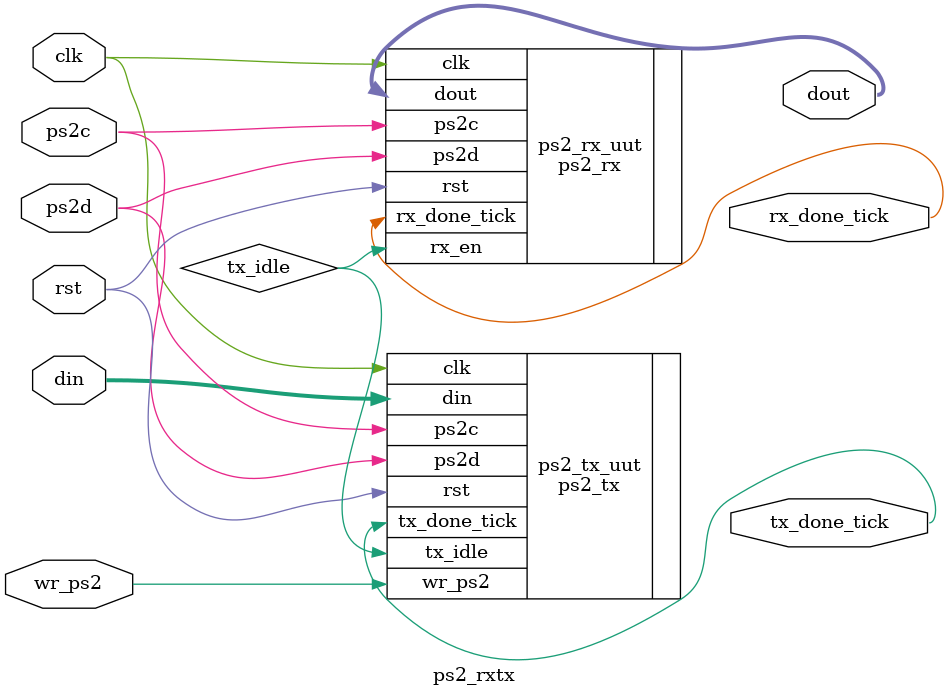
<source format=v>

module ps2_rxtx(
	input clk, rst,
	input wr_ps2,
	input [7:0] din,
	inout ps2d, ps2c,
	output wire rx_done_tick, tx_done_tick,
	output wire [7:0] dout );
	
	wire tx_idle;
	
	ps2_rx ps2_rx_uut
		(.clk(clk), .rst(rst), .rx_en(tx_idle),
		 .ps2d(ps2d), .ps2c(ps2c), .rx_done_tick(rx_done_tick),
		 .dout(dout) );
		 
	ps2_tx ps2_tx_uut
		(.clk(clk), .rst(rst), .wr_ps2(wr_ps2), .din(din),
		 .ps2c(ps2c), .ps2d(ps2d), .tx_idle(tx_idle),
		 .tx_done_tick(tx_done_tick) );
		 
endmodule
</source>
